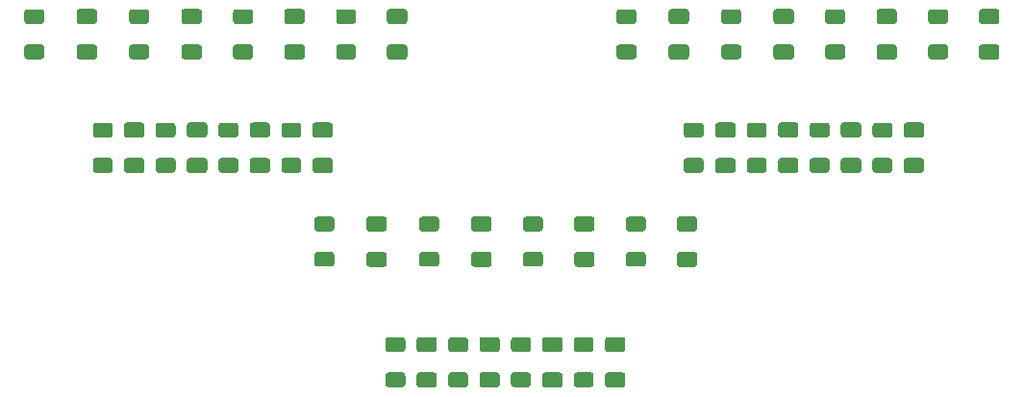
<source format=gbr>
%TF.GenerationSoftware,KiCad,Pcbnew,(5.1.9)-1*%
%TF.CreationDate,2021-11-07T00:19:35+01:00*%
%TF.ProjectId,RelayBoard,52656c61-7942-46f6-9172-642e6b696361,Version 1 *%
%TF.SameCoordinates,Original*%
%TF.FileFunction,Paste,Top*%
%TF.FilePolarity,Positive*%
%FSLAX46Y46*%
G04 Gerber Fmt 4.6, Leading zero omitted, Abs format (unit mm)*
G04 Created by KiCad (PCBNEW (5.1.9)-1) date 2021-11-07 00:19:35*
%MOMM*%
%LPD*%
G01*
G04 APERTURE LIST*
G04 APERTURE END LIST*
%TO.C,C1*%
G36*
G01*
X84707143Y-159840000D02*
X83407141Y-159840000D01*
G75*
G02*
X83157142Y-159590001I0J249999D01*
G01*
X83157142Y-158764999D01*
G75*
G02*
X83407141Y-158515000I249999J0D01*
G01*
X84707143Y-158515000D01*
G75*
G02*
X84957142Y-158764999I0J-249999D01*
G01*
X84957142Y-159590001D01*
G75*
G02*
X84707143Y-159840000I-249999J0D01*
G01*
G37*
G36*
G01*
X84707143Y-162965000D02*
X83407141Y-162965000D01*
G75*
G02*
X83157142Y-162715001I0J249999D01*
G01*
X83157142Y-161889999D01*
G75*
G02*
X83407141Y-161640000I249999J0D01*
G01*
X84707143Y-161640000D01*
G75*
G02*
X84957142Y-161889999I0J-249999D01*
G01*
X84957142Y-162715001D01*
G75*
G02*
X84707143Y-162965000I-249999J0D01*
G01*
G37*
%TD*%
%TO.C,C2*%
G36*
G01*
X79175715Y-162965000D02*
X77875713Y-162965000D01*
G75*
G02*
X77625714Y-162715001I0J249999D01*
G01*
X77625714Y-161889999D01*
G75*
G02*
X77875713Y-161640000I249999J0D01*
G01*
X79175715Y-161640000D01*
G75*
G02*
X79425714Y-161889999I0J-249999D01*
G01*
X79425714Y-162715001D01*
G75*
G02*
X79175715Y-162965000I-249999J0D01*
G01*
G37*
G36*
G01*
X79175715Y-159840000D02*
X77875713Y-159840000D01*
G75*
G02*
X77625714Y-159590001I0J249999D01*
G01*
X77625714Y-158764999D01*
G75*
G02*
X77875713Y-158515000I249999J0D01*
G01*
X79175715Y-158515000D01*
G75*
G02*
X79425714Y-158764999I0J-249999D01*
G01*
X79425714Y-159590001D01*
G75*
G02*
X79175715Y-159840000I-249999J0D01*
G01*
G37*
%TD*%
%TO.C,C3*%
G36*
G01*
X90238571Y-159840000D02*
X88938569Y-159840000D01*
G75*
G02*
X88688570Y-159590001I0J249999D01*
G01*
X88688570Y-158764999D01*
G75*
G02*
X88938569Y-158515000I249999J0D01*
G01*
X90238571Y-158515000D01*
G75*
G02*
X90488570Y-158764999I0J-249999D01*
G01*
X90488570Y-159590001D01*
G75*
G02*
X90238571Y-159840000I-249999J0D01*
G01*
G37*
G36*
G01*
X90238571Y-162965000D02*
X88938569Y-162965000D01*
G75*
G02*
X88688570Y-162715001I0J249999D01*
G01*
X88688570Y-161889999D01*
G75*
G02*
X88938569Y-161640000I249999J0D01*
G01*
X90238571Y-161640000D01*
G75*
G02*
X90488570Y-161889999I0J-249999D01*
G01*
X90488570Y-162715001D01*
G75*
G02*
X90238571Y-162965000I-249999J0D01*
G01*
G37*
%TD*%
%TO.C,C4*%
G36*
G01*
X95770001Y-159840000D02*
X94469999Y-159840000D01*
G75*
G02*
X94220000Y-159590001I0J249999D01*
G01*
X94220000Y-158764999D01*
G75*
G02*
X94469999Y-158515000I249999J0D01*
G01*
X95770001Y-158515000D01*
G75*
G02*
X96020000Y-158764999I0J-249999D01*
G01*
X96020000Y-159590001D01*
G75*
G02*
X95770001Y-159840000I-249999J0D01*
G01*
G37*
G36*
G01*
X95770001Y-162965000D02*
X94469999Y-162965000D01*
G75*
G02*
X94220000Y-162715001I0J249999D01*
G01*
X94220000Y-161889999D01*
G75*
G02*
X94469999Y-161640000I249999J0D01*
G01*
X95770001Y-161640000D01*
G75*
G02*
X96020000Y-161889999I0J-249999D01*
G01*
X96020000Y-162715001D01*
G75*
G02*
X95770001Y-162965000I-249999J0D01*
G01*
G37*
%TD*%
%TO.C,C5*%
G36*
G01*
X84230001Y-149840000D02*
X82929999Y-149840000D01*
G75*
G02*
X82680000Y-149590001I0J249999D01*
G01*
X82680000Y-148764999D01*
G75*
G02*
X82929999Y-148515000I249999J0D01*
G01*
X84230001Y-148515000D01*
G75*
G02*
X84480000Y-148764999I0J-249999D01*
G01*
X84480000Y-149590001D01*
G75*
G02*
X84230001Y-149840000I-249999J0D01*
G01*
G37*
G36*
G01*
X84230001Y-152965000D02*
X82929999Y-152965000D01*
G75*
G02*
X82680000Y-152715001I0J249999D01*
G01*
X82680000Y-151889999D01*
G75*
G02*
X82929999Y-151640000I249999J0D01*
G01*
X84230001Y-151640000D01*
G75*
G02*
X84480000Y-151889999I0J-249999D01*
G01*
X84480000Y-152715001D01*
G75*
G02*
X84230001Y-152965000I-249999J0D01*
G01*
G37*
%TD*%
%TO.C,C6*%
G36*
G01*
X74996667Y-152965000D02*
X73696665Y-152965000D01*
G75*
G02*
X73446666Y-152715001I0J249999D01*
G01*
X73446666Y-151889999D01*
G75*
G02*
X73696665Y-151640000I249999J0D01*
G01*
X74996667Y-151640000D01*
G75*
G02*
X75246666Y-151889999I0J-249999D01*
G01*
X75246666Y-152715001D01*
G75*
G02*
X74996667Y-152965000I-249999J0D01*
G01*
G37*
G36*
G01*
X74996667Y-149840000D02*
X73696665Y-149840000D01*
G75*
G02*
X73446666Y-149590001I0J249999D01*
G01*
X73446666Y-148764999D01*
G75*
G02*
X73696665Y-148515000I249999J0D01*
G01*
X74996667Y-148515000D01*
G75*
G02*
X75246666Y-148764999I0J-249999D01*
G01*
X75246666Y-149590001D01*
G75*
G02*
X74996667Y-149840000I-249999J0D01*
G01*
G37*
%TD*%
%TO.C,C7*%
G36*
G01*
X93292857Y-149840000D02*
X91992855Y-149840000D01*
G75*
G02*
X91742856Y-149590001I0J249999D01*
G01*
X91742856Y-148764999D01*
G75*
G02*
X91992855Y-148515000I249999J0D01*
G01*
X93292857Y-148515000D01*
G75*
G02*
X93542856Y-148764999I0J-249999D01*
G01*
X93542856Y-149590001D01*
G75*
G02*
X93292857Y-149840000I-249999J0D01*
G01*
G37*
G36*
G01*
X93292857Y-152965000D02*
X91992855Y-152965000D01*
G75*
G02*
X91742856Y-152715001I0J249999D01*
G01*
X91742856Y-151889999D01*
G75*
G02*
X91992855Y-151640000I249999J0D01*
G01*
X93292857Y-151640000D01*
G75*
G02*
X93542856Y-151889999I0J-249999D01*
G01*
X93542856Y-152715001D01*
G75*
G02*
X93292857Y-152965000I-249999J0D01*
G01*
G37*
%TD*%
%TO.C,C8*%
G36*
G01*
X102322857Y-152965000D02*
X101022855Y-152965000D01*
G75*
G02*
X100772856Y-152715001I0J249999D01*
G01*
X100772856Y-151889999D01*
G75*
G02*
X101022855Y-151640000I249999J0D01*
G01*
X102322857Y-151640000D01*
G75*
G02*
X102572856Y-151889999I0J-249999D01*
G01*
X102572856Y-152715001D01*
G75*
G02*
X102322857Y-152965000I-249999J0D01*
G01*
G37*
G36*
G01*
X102322857Y-149840000D02*
X101022855Y-149840000D01*
G75*
G02*
X100772856Y-149590001I0J249999D01*
G01*
X100772856Y-148764999D01*
G75*
G02*
X101022855Y-148515000I249999J0D01*
G01*
X102322857Y-148515000D01*
G75*
G02*
X102572856Y-148764999I0J-249999D01*
G01*
X102572856Y-149590001D01*
G75*
G02*
X102322857Y-149840000I-249999J0D01*
G01*
G37*
%TD*%
%TO.C,C9*%
G36*
G01*
X136767143Y-162965000D02*
X135467141Y-162965000D01*
G75*
G02*
X135217142Y-162715001I0J249999D01*
G01*
X135217142Y-161889999D01*
G75*
G02*
X135467141Y-161640000I249999J0D01*
G01*
X136767143Y-161640000D01*
G75*
G02*
X137017142Y-161889999I0J-249999D01*
G01*
X137017142Y-162715001D01*
G75*
G02*
X136767143Y-162965000I-249999J0D01*
G01*
G37*
G36*
G01*
X136767143Y-159840000D02*
X135467141Y-159840000D01*
G75*
G02*
X135217142Y-159590001I0J249999D01*
G01*
X135217142Y-158764999D01*
G75*
G02*
X135467141Y-158515000I249999J0D01*
G01*
X136767143Y-158515000D01*
G75*
G02*
X137017142Y-158764999I0J-249999D01*
G01*
X137017142Y-159590001D01*
G75*
G02*
X136767143Y-159840000I-249999J0D01*
G01*
G37*
%TD*%
%TO.C,C10*%
G36*
G01*
X131235715Y-162965000D02*
X129935713Y-162965000D01*
G75*
G02*
X129685714Y-162715001I0J249999D01*
G01*
X129685714Y-161889999D01*
G75*
G02*
X129935713Y-161640000I249999J0D01*
G01*
X131235715Y-161640000D01*
G75*
G02*
X131485714Y-161889999I0J-249999D01*
G01*
X131485714Y-162715001D01*
G75*
G02*
X131235715Y-162965000I-249999J0D01*
G01*
G37*
G36*
G01*
X131235715Y-159840000D02*
X129935713Y-159840000D01*
G75*
G02*
X129685714Y-159590001I0J249999D01*
G01*
X129685714Y-158764999D01*
G75*
G02*
X129935713Y-158515000I249999J0D01*
G01*
X131235715Y-158515000D01*
G75*
G02*
X131485714Y-158764999I0J-249999D01*
G01*
X131485714Y-159590001D01*
G75*
G02*
X131235715Y-159840000I-249999J0D01*
G01*
G37*
%TD*%
%TO.C,C11*%
G36*
G01*
X142298571Y-159840000D02*
X140998569Y-159840000D01*
G75*
G02*
X140748570Y-159590001I0J249999D01*
G01*
X140748570Y-158764999D01*
G75*
G02*
X140998569Y-158515000I249999J0D01*
G01*
X142298571Y-158515000D01*
G75*
G02*
X142548570Y-158764999I0J-249999D01*
G01*
X142548570Y-159590001D01*
G75*
G02*
X142298571Y-159840000I-249999J0D01*
G01*
G37*
G36*
G01*
X142298571Y-162965000D02*
X140998569Y-162965000D01*
G75*
G02*
X140748570Y-162715001I0J249999D01*
G01*
X140748570Y-161889999D01*
G75*
G02*
X140998569Y-161640000I249999J0D01*
G01*
X142298571Y-161640000D01*
G75*
G02*
X142548570Y-161889999I0J-249999D01*
G01*
X142548570Y-162715001D01*
G75*
G02*
X142298571Y-162965000I-249999J0D01*
G01*
G37*
%TD*%
%TO.C,C12*%
G36*
G01*
X147830001Y-159840000D02*
X146529999Y-159840000D01*
G75*
G02*
X146280000Y-159590001I0J249999D01*
G01*
X146280000Y-158764999D01*
G75*
G02*
X146529999Y-158515000I249999J0D01*
G01*
X147830001Y-158515000D01*
G75*
G02*
X148080000Y-158764999I0J-249999D01*
G01*
X148080000Y-159590001D01*
G75*
G02*
X147830001Y-159840000I-249999J0D01*
G01*
G37*
G36*
G01*
X147830001Y-162965000D02*
X146529999Y-162965000D01*
G75*
G02*
X146280000Y-162715001I0J249999D01*
G01*
X146280000Y-161889999D01*
G75*
G02*
X146529999Y-161640000I249999J0D01*
G01*
X147830001Y-161640000D01*
G75*
G02*
X148080000Y-161889999I0J-249999D01*
G01*
X148080000Y-162715001D01*
G75*
G02*
X147830001Y-162965000I-249999J0D01*
G01*
G37*
%TD*%
%TO.C,C13*%
G36*
G01*
X136370001Y-152965000D02*
X135069999Y-152965000D01*
G75*
G02*
X134820000Y-152715001I0J249999D01*
G01*
X134820000Y-151889999D01*
G75*
G02*
X135069999Y-151640000I249999J0D01*
G01*
X136370001Y-151640000D01*
G75*
G02*
X136620000Y-151889999I0J-249999D01*
G01*
X136620000Y-152715001D01*
G75*
G02*
X136370001Y-152965000I-249999J0D01*
G01*
G37*
G36*
G01*
X136370001Y-149840000D02*
X135069999Y-149840000D01*
G75*
G02*
X134820000Y-149590001I0J249999D01*
G01*
X134820000Y-148764999D01*
G75*
G02*
X135069999Y-148515000I249999J0D01*
G01*
X136370001Y-148515000D01*
G75*
G02*
X136620000Y-148764999I0J-249999D01*
G01*
X136620000Y-149590001D01*
G75*
G02*
X136370001Y-149840000I-249999J0D01*
G01*
G37*
%TD*%
%TO.C,C14*%
G36*
G01*
X127136667Y-152965000D02*
X125836665Y-152965000D01*
G75*
G02*
X125586666Y-152715001I0J249999D01*
G01*
X125586666Y-151889999D01*
G75*
G02*
X125836665Y-151640000I249999J0D01*
G01*
X127136667Y-151640000D01*
G75*
G02*
X127386666Y-151889999I0J-249999D01*
G01*
X127386666Y-152715001D01*
G75*
G02*
X127136667Y-152965000I-249999J0D01*
G01*
G37*
G36*
G01*
X127136667Y-149840000D02*
X125836665Y-149840000D01*
G75*
G02*
X125586666Y-149590001I0J249999D01*
G01*
X125586666Y-148764999D01*
G75*
G02*
X125836665Y-148515000I249999J0D01*
G01*
X127136667Y-148515000D01*
G75*
G02*
X127386666Y-148764999I0J-249999D01*
G01*
X127386666Y-149590001D01*
G75*
G02*
X127136667Y-149840000I-249999J0D01*
G01*
G37*
%TD*%
%TO.C,C15*%
G36*
G01*
X145432857Y-149840000D02*
X144132855Y-149840000D01*
G75*
G02*
X143882856Y-149590001I0J249999D01*
G01*
X143882856Y-148764999D01*
G75*
G02*
X144132855Y-148515000I249999J0D01*
G01*
X145432857Y-148515000D01*
G75*
G02*
X145682856Y-148764999I0J-249999D01*
G01*
X145682856Y-149590001D01*
G75*
G02*
X145432857Y-149840000I-249999J0D01*
G01*
G37*
G36*
G01*
X145432857Y-152965000D02*
X144132855Y-152965000D01*
G75*
G02*
X143882856Y-152715001I0J249999D01*
G01*
X143882856Y-151889999D01*
G75*
G02*
X144132855Y-151640000I249999J0D01*
G01*
X145432857Y-151640000D01*
G75*
G02*
X145682856Y-151889999I0J-249999D01*
G01*
X145682856Y-152715001D01*
G75*
G02*
X145432857Y-152965000I-249999J0D01*
G01*
G37*
%TD*%
%TO.C,C16*%
G36*
G01*
X154462857Y-152965000D02*
X153162855Y-152965000D01*
G75*
G02*
X152912856Y-152715001I0J249999D01*
G01*
X152912856Y-151889999D01*
G75*
G02*
X153162855Y-151640000I249999J0D01*
G01*
X154462857Y-151640000D01*
G75*
G02*
X154712856Y-151889999I0J-249999D01*
G01*
X154712856Y-152715001D01*
G75*
G02*
X154462857Y-152965000I-249999J0D01*
G01*
G37*
G36*
G01*
X154462857Y-149840000D02*
X153162855Y-149840000D01*
G75*
G02*
X152912856Y-149590001I0J249999D01*
G01*
X152912856Y-148764999D01*
G75*
G02*
X153162855Y-148515000I249999J0D01*
G01*
X154462857Y-148515000D01*
G75*
G02*
X154712856Y-148764999I0J-249999D01*
G01*
X154712856Y-149590001D01*
G75*
G02*
X154462857Y-149840000I-249999J0D01*
G01*
G37*
%TD*%
%TO.C,C17*%
G36*
G01*
X110467143Y-178730000D02*
X109167141Y-178730000D01*
G75*
G02*
X108917142Y-178480001I0J249999D01*
G01*
X108917142Y-177654999D01*
G75*
G02*
X109167141Y-177405000I249999J0D01*
G01*
X110467143Y-177405000D01*
G75*
G02*
X110717142Y-177654999I0J-249999D01*
G01*
X110717142Y-178480001D01*
G75*
G02*
X110467143Y-178730000I-249999J0D01*
G01*
G37*
G36*
G01*
X110467143Y-181855000D02*
X109167141Y-181855000D01*
G75*
G02*
X108917142Y-181605001I0J249999D01*
G01*
X108917142Y-180779999D01*
G75*
G02*
X109167141Y-180530000I249999J0D01*
G01*
X110467143Y-180530000D01*
G75*
G02*
X110717142Y-180779999I0J-249999D01*
G01*
X110717142Y-181605001D01*
G75*
G02*
X110467143Y-181855000I-249999J0D01*
G01*
G37*
%TD*%
%TO.C,C18*%
G36*
G01*
X104935715Y-178730000D02*
X103635713Y-178730000D01*
G75*
G02*
X103385714Y-178480001I0J249999D01*
G01*
X103385714Y-177654999D01*
G75*
G02*
X103635713Y-177405000I249999J0D01*
G01*
X104935715Y-177405000D01*
G75*
G02*
X105185714Y-177654999I0J-249999D01*
G01*
X105185714Y-178480001D01*
G75*
G02*
X104935715Y-178730000I-249999J0D01*
G01*
G37*
G36*
G01*
X104935715Y-181855000D02*
X103635713Y-181855000D01*
G75*
G02*
X103385714Y-181605001I0J249999D01*
G01*
X103385714Y-180779999D01*
G75*
G02*
X103635713Y-180530000I249999J0D01*
G01*
X104935715Y-180530000D01*
G75*
G02*
X105185714Y-180779999I0J-249999D01*
G01*
X105185714Y-181605001D01*
G75*
G02*
X104935715Y-181855000I-249999J0D01*
G01*
G37*
%TD*%
%TO.C,C19*%
G36*
G01*
X115998571Y-181855000D02*
X114698569Y-181855000D01*
G75*
G02*
X114448570Y-181605001I0J249999D01*
G01*
X114448570Y-180779999D01*
G75*
G02*
X114698569Y-180530000I249999J0D01*
G01*
X115998571Y-180530000D01*
G75*
G02*
X116248570Y-180779999I0J-249999D01*
G01*
X116248570Y-181605001D01*
G75*
G02*
X115998571Y-181855000I-249999J0D01*
G01*
G37*
G36*
G01*
X115998571Y-178730000D02*
X114698569Y-178730000D01*
G75*
G02*
X114448570Y-178480001I0J249999D01*
G01*
X114448570Y-177654999D01*
G75*
G02*
X114698569Y-177405000I249999J0D01*
G01*
X115998571Y-177405000D01*
G75*
G02*
X116248570Y-177654999I0J-249999D01*
G01*
X116248570Y-178480001D01*
G75*
G02*
X115998571Y-178730000I-249999J0D01*
G01*
G37*
%TD*%
%TO.C,C20*%
G36*
G01*
X121530001Y-181855000D02*
X120229999Y-181855000D01*
G75*
G02*
X119980000Y-181605001I0J249999D01*
G01*
X119980000Y-180779999D01*
G75*
G02*
X120229999Y-180530000I249999J0D01*
G01*
X121530001Y-180530000D01*
G75*
G02*
X121780000Y-180779999I0J-249999D01*
G01*
X121780000Y-181605001D01*
G75*
G02*
X121530001Y-181855000I-249999J0D01*
G01*
G37*
G36*
G01*
X121530001Y-178730000D02*
X120229999Y-178730000D01*
G75*
G02*
X119980000Y-178480001I0J249999D01*
G01*
X119980000Y-177654999D01*
G75*
G02*
X120229999Y-177405000I249999J0D01*
G01*
X121530001Y-177405000D01*
G75*
G02*
X121780000Y-177654999I0J-249999D01*
G01*
X121780000Y-178480001D01*
G75*
G02*
X121530001Y-178730000I-249999J0D01*
G01*
G37*
%TD*%
%TO.C,C21*%
G36*
G01*
X109760001Y-168110000D02*
X108459999Y-168110000D01*
G75*
G02*
X108210000Y-167860001I0J249999D01*
G01*
X108210000Y-167034999D01*
G75*
G02*
X108459999Y-166785000I249999J0D01*
G01*
X109760001Y-166785000D01*
G75*
G02*
X110010000Y-167034999I0J-249999D01*
G01*
X110010000Y-167860001D01*
G75*
G02*
X109760001Y-168110000I-249999J0D01*
G01*
G37*
G36*
G01*
X109760001Y-171235000D02*
X108459999Y-171235000D01*
G75*
G02*
X108210000Y-170985001I0J249999D01*
G01*
X108210000Y-170159999D01*
G75*
G02*
X108459999Y-169910000I249999J0D01*
G01*
X109760001Y-169910000D01*
G75*
G02*
X110010000Y-170159999I0J-249999D01*
G01*
X110010000Y-170985001D01*
G75*
G02*
X109760001Y-171235000I-249999J0D01*
G01*
G37*
%TD*%
%TO.C,C22*%
G36*
G01*
X100526667Y-168110000D02*
X99226665Y-168110000D01*
G75*
G02*
X98976666Y-167860001I0J249999D01*
G01*
X98976666Y-167034999D01*
G75*
G02*
X99226665Y-166785000I249999J0D01*
G01*
X100526667Y-166785000D01*
G75*
G02*
X100776666Y-167034999I0J-249999D01*
G01*
X100776666Y-167860001D01*
G75*
G02*
X100526667Y-168110000I-249999J0D01*
G01*
G37*
G36*
G01*
X100526667Y-171235000D02*
X99226665Y-171235000D01*
G75*
G02*
X98976666Y-170985001I0J249999D01*
G01*
X98976666Y-170159999D01*
G75*
G02*
X99226665Y-169910000I249999J0D01*
G01*
X100526667Y-169910000D01*
G75*
G02*
X100776666Y-170159999I0J-249999D01*
G01*
X100776666Y-170985001D01*
G75*
G02*
X100526667Y-171235000I-249999J0D01*
G01*
G37*
%TD*%
%TO.C,C23*%
G36*
G01*
X118822857Y-171235000D02*
X117522855Y-171235000D01*
G75*
G02*
X117272856Y-170985001I0J249999D01*
G01*
X117272856Y-170159999D01*
G75*
G02*
X117522855Y-169910000I249999J0D01*
G01*
X118822857Y-169910000D01*
G75*
G02*
X119072856Y-170159999I0J-249999D01*
G01*
X119072856Y-170985001D01*
G75*
G02*
X118822857Y-171235000I-249999J0D01*
G01*
G37*
G36*
G01*
X118822857Y-168110000D02*
X117522855Y-168110000D01*
G75*
G02*
X117272856Y-167860001I0J249999D01*
G01*
X117272856Y-167034999D01*
G75*
G02*
X117522855Y-166785000I249999J0D01*
G01*
X118822857Y-166785000D01*
G75*
G02*
X119072856Y-167034999I0J-249999D01*
G01*
X119072856Y-167860001D01*
G75*
G02*
X118822857Y-168110000I-249999J0D01*
G01*
G37*
%TD*%
%TO.C,C24*%
G36*
G01*
X127852857Y-171235000D02*
X126552855Y-171235000D01*
G75*
G02*
X126302856Y-170985001I0J249999D01*
G01*
X126302856Y-170159999D01*
G75*
G02*
X126552855Y-169910000I249999J0D01*
G01*
X127852857Y-169910000D01*
G75*
G02*
X128102856Y-170159999I0J-249999D01*
G01*
X128102856Y-170985001D01*
G75*
G02*
X127852857Y-171235000I-249999J0D01*
G01*
G37*
G36*
G01*
X127852857Y-168110000D02*
X126552855Y-168110000D01*
G75*
G02*
X126302856Y-167860001I0J249999D01*
G01*
X126302856Y-167034999D01*
G75*
G02*
X126552855Y-166785000I249999J0D01*
G01*
X127852857Y-166785000D01*
G75*
G02*
X128102856Y-167034999I0J-249999D01*
G01*
X128102856Y-167860001D01*
G75*
G02*
X127852857Y-168110000I-249999J0D01*
G01*
G37*
%TD*%
%TO.C,R1*%
G36*
G01*
X81916428Y-159840000D02*
X80666428Y-159840000D01*
G75*
G02*
X80416428Y-159590000I0J250000D01*
G01*
X80416428Y-158790000D01*
G75*
G02*
X80666428Y-158540000I250000J0D01*
G01*
X81916428Y-158540000D01*
G75*
G02*
X82166428Y-158790000I0J-250000D01*
G01*
X82166428Y-159590000D01*
G75*
G02*
X81916428Y-159840000I-250000J0D01*
G01*
G37*
G36*
G01*
X81916428Y-162940000D02*
X80666428Y-162940000D01*
G75*
G02*
X80416428Y-162690000I0J250000D01*
G01*
X80416428Y-161890000D01*
G75*
G02*
X80666428Y-161640000I250000J0D01*
G01*
X81916428Y-161640000D01*
G75*
G02*
X82166428Y-161890000I0J-250000D01*
G01*
X82166428Y-162690000D01*
G75*
G02*
X81916428Y-162940000I-250000J0D01*
G01*
G37*
%TD*%
%TO.C,R2*%
G36*
G01*
X76385000Y-159840000D02*
X75135000Y-159840000D01*
G75*
G02*
X74885000Y-159590000I0J250000D01*
G01*
X74885000Y-158790000D01*
G75*
G02*
X75135000Y-158540000I250000J0D01*
G01*
X76385000Y-158540000D01*
G75*
G02*
X76635000Y-158790000I0J-250000D01*
G01*
X76635000Y-159590000D01*
G75*
G02*
X76385000Y-159840000I-250000J0D01*
G01*
G37*
G36*
G01*
X76385000Y-162940000D02*
X75135000Y-162940000D01*
G75*
G02*
X74885000Y-162690000I0J250000D01*
G01*
X74885000Y-161890000D01*
G75*
G02*
X75135000Y-161640000I250000J0D01*
G01*
X76385000Y-161640000D01*
G75*
G02*
X76635000Y-161890000I0J-250000D01*
G01*
X76635000Y-162690000D01*
G75*
G02*
X76385000Y-162940000I-250000J0D01*
G01*
G37*
%TD*%
%TO.C,R3*%
G36*
G01*
X87447856Y-159840000D02*
X86197856Y-159840000D01*
G75*
G02*
X85947856Y-159590000I0J250000D01*
G01*
X85947856Y-158790000D01*
G75*
G02*
X86197856Y-158540000I250000J0D01*
G01*
X87447856Y-158540000D01*
G75*
G02*
X87697856Y-158790000I0J-250000D01*
G01*
X87697856Y-159590000D01*
G75*
G02*
X87447856Y-159840000I-250000J0D01*
G01*
G37*
G36*
G01*
X87447856Y-162940000D02*
X86197856Y-162940000D01*
G75*
G02*
X85947856Y-162690000I0J250000D01*
G01*
X85947856Y-161890000D01*
G75*
G02*
X86197856Y-161640000I250000J0D01*
G01*
X87447856Y-161640000D01*
G75*
G02*
X87697856Y-161890000I0J-250000D01*
G01*
X87697856Y-162690000D01*
G75*
G02*
X87447856Y-162940000I-250000J0D01*
G01*
G37*
%TD*%
%TO.C,R4*%
G36*
G01*
X92979284Y-162940000D02*
X91729284Y-162940000D01*
G75*
G02*
X91479284Y-162690000I0J250000D01*
G01*
X91479284Y-161890000D01*
G75*
G02*
X91729284Y-161640000I250000J0D01*
G01*
X92979284Y-161640000D01*
G75*
G02*
X93229284Y-161890000I0J-250000D01*
G01*
X93229284Y-162690000D01*
G75*
G02*
X92979284Y-162940000I-250000J0D01*
G01*
G37*
G36*
G01*
X92979284Y-159840000D02*
X91729284Y-159840000D01*
G75*
G02*
X91479284Y-159590000I0J250000D01*
G01*
X91479284Y-158790000D01*
G75*
G02*
X91729284Y-158540000I250000J0D01*
G01*
X92979284Y-158540000D01*
G75*
G02*
X93229284Y-158790000I0J-250000D01*
G01*
X93229284Y-159590000D01*
G75*
G02*
X92979284Y-159840000I-250000J0D01*
G01*
G37*
%TD*%
%TO.C,R5*%
G36*
G01*
X79588332Y-152940000D02*
X78338332Y-152940000D01*
G75*
G02*
X78088332Y-152690000I0J250000D01*
G01*
X78088332Y-151890000D01*
G75*
G02*
X78338332Y-151640000I250000J0D01*
G01*
X79588332Y-151640000D01*
G75*
G02*
X79838332Y-151890000I0J-250000D01*
G01*
X79838332Y-152690000D01*
G75*
G02*
X79588332Y-152940000I-250000J0D01*
G01*
G37*
G36*
G01*
X79588332Y-149840000D02*
X78338332Y-149840000D01*
G75*
G02*
X78088332Y-149590000I0J250000D01*
G01*
X78088332Y-148790000D01*
G75*
G02*
X78338332Y-148540000I250000J0D01*
G01*
X79588332Y-148540000D01*
G75*
G02*
X79838332Y-148790000I0J-250000D01*
G01*
X79838332Y-149590000D01*
G75*
G02*
X79588332Y-149840000I-250000J0D01*
G01*
G37*
%TD*%
%TO.C,R6*%
G36*
G01*
X70355000Y-149840000D02*
X69105000Y-149840000D01*
G75*
G02*
X68855000Y-149590000I0J250000D01*
G01*
X68855000Y-148790000D01*
G75*
G02*
X69105000Y-148540000I250000J0D01*
G01*
X70355000Y-148540000D01*
G75*
G02*
X70605000Y-148790000I0J-250000D01*
G01*
X70605000Y-149590000D01*
G75*
G02*
X70355000Y-149840000I-250000J0D01*
G01*
G37*
G36*
G01*
X70355000Y-152940000D02*
X69105000Y-152940000D01*
G75*
G02*
X68855000Y-152690000I0J250000D01*
G01*
X68855000Y-151890000D01*
G75*
G02*
X69105000Y-151640000I250000J0D01*
G01*
X70355000Y-151640000D01*
G75*
G02*
X70605000Y-151890000I0J-250000D01*
G01*
X70605000Y-152690000D01*
G75*
G02*
X70355000Y-152940000I-250000J0D01*
G01*
G37*
%TD*%
%TO.C,R7*%
G36*
G01*
X88736428Y-149840000D02*
X87486428Y-149840000D01*
G75*
G02*
X87236428Y-149590000I0J250000D01*
G01*
X87236428Y-148790000D01*
G75*
G02*
X87486428Y-148540000I250000J0D01*
G01*
X88736428Y-148540000D01*
G75*
G02*
X88986428Y-148790000I0J-250000D01*
G01*
X88986428Y-149590000D01*
G75*
G02*
X88736428Y-149840000I-250000J0D01*
G01*
G37*
G36*
G01*
X88736428Y-152940000D02*
X87486428Y-152940000D01*
G75*
G02*
X87236428Y-152690000I0J250000D01*
G01*
X87236428Y-151890000D01*
G75*
G02*
X87486428Y-151640000I250000J0D01*
G01*
X88736428Y-151640000D01*
G75*
G02*
X88986428Y-151890000I0J-250000D01*
G01*
X88986428Y-152690000D01*
G75*
G02*
X88736428Y-152940000I-250000J0D01*
G01*
G37*
%TD*%
%TO.C,R8*%
G36*
G01*
X97799284Y-152940000D02*
X96549284Y-152940000D01*
G75*
G02*
X96299284Y-152690000I0J250000D01*
G01*
X96299284Y-151890000D01*
G75*
G02*
X96549284Y-151640000I250000J0D01*
G01*
X97799284Y-151640000D01*
G75*
G02*
X98049284Y-151890000I0J-250000D01*
G01*
X98049284Y-152690000D01*
G75*
G02*
X97799284Y-152940000I-250000J0D01*
G01*
G37*
G36*
G01*
X97799284Y-149840000D02*
X96549284Y-149840000D01*
G75*
G02*
X96299284Y-149590000I0J250000D01*
G01*
X96299284Y-148790000D01*
G75*
G02*
X96549284Y-148540000I250000J0D01*
G01*
X97799284Y-148540000D01*
G75*
G02*
X98049284Y-148790000I0J-250000D01*
G01*
X98049284Y-149590000D01*
G75*
G02*
X97799284Y-149840000I-250000J0D01*
G01*
G37*
%TD*%
%TO.C,R9*%
G36*
G01*
X133976428Y-162940000D02*
X132726428Y-162940000D01*
G75*
G02*
X132476428Y-162690000I0J250000D01*
G01*
X132476428Y-161890000D01*
G75*
G02*
X132726428Y-161640000I250000J0D01*
G01*
X133976428Y-161640000D01*
G75*
G02*
X134226428Y-161890000I0J-250000D01*
G01*
X134226428Y-162690000D01*
G75*
G02*
X133976428Y-162940000I-250000J0D01*
G01*
G37*
G36*
G01*
X133976428Y-159840000D02*
X132726428Y-159840000D01*
G75*
G02*
X132476428Y-159590000I0J250000D01*
G01*
X132476428Y-158790000D01*
G75*
G02*
X132726428Y-158540000I250000J0D01*
G01*
X133976428Y-158540000D01*
G75*
G02*
X134226428Y-158790000I0J-250000D01*
G01*
X134226428Y-159590000D01*
G75*
G02*
X133976428Y-159840000I-250000J0D01*
G01*
G37*
%TD*%
%TO.C,R10*%
G36*
G01*
X128405000Y-159840000D02*
X127155000Y-159840000D01*
G75*
G02*
X126905000Y-159590000I0J250000D01*
G01*
X126905000Y-158790000D01*
G75*
G02*
X127155000Y-158540000I250000J0D01*
G01*
X128405000Y-158540000D01*
G75*
G02*
X128655000Y-158790000I0J-250000D01*
G01*
X128655000Y-159590000D01*
G75*
G02*
X128405000Y-159840000I-250000J0D01*
G01*
G37*
G36*
G01*
X128405000Y-162940000D02*
X127155000Y-162940000D01*
G75*
G02*
X126905000Y-162690000I0J250000D01*
G01*
X126905000Y-161890000D01*
G75*
G02*
X127155000Y-161640000I250000J0D01*
G01*
X128405000Y-161640000D01*
G75*
G02*
X128655000Y-161890000I0J-250000D01*
G01*
X128655000Y-162690000D01*
G75*
G02*
X128405000Y-162940000I-250000J0D01*
G01*
G37*
%TD*%
%TO.C,R11*%
G36*
G01*
X139507856Y-162940000D02*
X138257856Y-162940000D01*
G75*
G02*
X138007856Y-162690000I0J250000D01*
G01*
X138007856Y-161890000D01*
G75*
G02*
X138257856Y-161640000I250000J0D01*
G01*
X139507856Y-161640000D01*
G75*
G02*
X139757856Y-161890000I0J-250000D01*
G01*
X139757856Y-162690000D01*
G75*
G02*
X139507856Y-162940000I-250000J0D01*
G01*
G37*
G36*
G01*
X139507856Y-159840000D02*
X138257856Y-159840000D01*
G75*
G02*
X138007856Y-159590000I0J250000D01*
G01*
X138007856Y-158790000D01*
G75*
G02*
X138257856Y-158540000I250000J0D01*
G01*
X139507856Y-158540000D01*
G75*
G02*
X139757856Y-158790000I0J-250000D01*
G01*
X139757856Y-159590000D01*
G75*
G02*
X139507856Y-159840000I-250000J0D01*
G01*
G37*
%TD*%
%TO.C,R12*%
G36*
G01*
X145039284Y-162940000D02*
X143789284Y-162940000D01*
G75*
G02*
X143539284Y-162690000I0J250000D01*
G01*
X143539284Y-161890000D01*
G75*
G02*
X143789284Y-161640000I250000J0D01*
G01*
X145039284Y-161640000D01*
G75*
G02*
X145289284Y-161890000I0J-250000D01*
G01*
X145289284Y-162690000D01*
G75*
G02*
X145039284Y-162940000I-250000J0D01*
G01*
G37*
G36*
G01*
X145039284Y-159840000D02*
X143789284Y-159840000D01*
G75*
G02*
X143539284Y-159590000I0J250000D01*
G01*
X143539284Y-158790000D01*
G75*
G02*
X143789284Y-158540000I250000J0D01*
G01*
X145039284Y-158540000D01*
G75*
G02*
X145289284Y-158790000I0J-250000D01*
G01*
X145289284Y-159590000D01*
G75*
G02*
X145039284Y-159840000I-250000J0D01*
G01*
G37*
%TD*%
%TO.C,R13*%
G36*
G01*
X131728332Y-152940000D02*
X130478332Y-152940000D01*
G75*
G02*
X130228332Y-152690000I0J250000D01*
G01*
X130228332Y-151890000D01*
G75*
G02*
X130478332Y-151640000I250000J0D01*
G01*
X131728332Y-151640000D01*
G75*
G02*
X131978332Y-151890000I0J-250000D01*
G01*
X131978332Y-152690000D01*
G75*
G02*
X131728332Y-152940000I-250000J0D01*
G01*
G37*
G36*
G01*
X131728332Y-149840000D02*
X130478332Y-149840000D01*
G75*
G02*
X130228332Y-149590000I0J250000D01*
G01*
X130228332Y-148790000D01*
G75*
G02*
X130478332Y-148540000I250000J0D01*
G01*
X131728332Y-148540000D01*
G75*
G02*
X131978332Y-148790000I0J-250000D01*
G01*
X131978332Y-149590000D01*
G75*
G02*
X131728332Y-149840000I-250000J0D01*
G01*
G37*
%TD*%
%TO.C,R14*%
G36*
G01*
X122495000Y-149840000D02*
X121245000Y-149840000D01*
G75*
G02*
X120995000Y-149590000I0J250000D01*
G01*
X120995000Y-148790000D01*
G75*
G02*
X121245000Y-148540000I250000J0D01*
G01*
X122495000Y-148540000D01*
G75*
G02*
X122745000Y-148790000I0J-250000D01*
G01*
X122745000Y-149590000D01*
G75*
G02*
X122495000Y-149840000I-250000J0D01*
G01*
G37*
G36*
G01*
X122495000Y-152940000D02*
X121245000Y-152940000D01*
G75*
G02*
X120995000Y-152690000I0J250000D01*
G01*
X120995000Y-151890000D01*
G75*
G02*
X121245000Y-151640000I250000J0D01*
G01*
X122495000Y-151640000D01*
G75*
G02*
X122745000Y-151890000I0J-250000D01*
G01*
X122745000Y-152690000D01*
G75*
G02*
X122495000Y-152940000I-250000J0D01*
G01*
G37*
%TD*%
%TO.C,R15*%
G36*
G01*
X140876428Y-152940000D02*
X139626428Y-152940000D01*
G75*
G02*
X139376428Y-152690000I0J250000D01*
G01*
X139376428Y-151890000D01*
G75*
G02*
X139626428Y-151640000I250000J0D01*
G01*
X140876428Y-151640000D01*
G75*
G02*
X141126428Y-151890000I0J-250000D01*
G01*
X141126428Y-152690000D01*
G75*
G02*
X140876428Y-152940000I-250000J0D01*
G01*
G37*
G36*
G01*
X140876428Y-149840000D02*
X139626428Y-149840000D01*
G75*
G02*
X139376428Y-149590000I0J250000D01*
G01*
X139376428Y-148790000D01*
G75*
G02*
X139626428Y-148540000I250000J0D01*
G01*
X140876428Y-148540000D01*
G75*
G02*
X141126428Y-148790000I0J-250000D01*
G01*
X141126428Y-149590000D01*
G75*
G02*
X140876428Y-149840000I-250000J0D01*
G01*
G37*
%TD*%
%TO.C,R16*%
G36*
G01*
X149939284Y-149840000D02*
X148689284Y-149840000D01*
G75*
G02*
X148439284Y-149590000I0J250000D01*
G01*
X148439284Y-148790000D01*
G75*
G02*
X148689284Y-148540000I250000J0D01*
G01*
X149939284Y-148540000D01*
G75*
G02*
X150189284Y-148790000I0J-250000D01*
G01*
X150189284Y-149590000D01*
G75*
G02*
X149939284Y-149840000I-250000J0D01*
G01*
G37*
G36*
G01*
X149939284Y-152940000D02*
X148689284Y-152940000D01*
G75*
G02*
X148439284Y-152690000I0J250000D01*
G01*
X148439284Y-151890000D01*
G75*
G02*
X148689284Y-151640000I250000J0D01*
G01*
X149939284Y-151640000D01*
G75*
G02*
X150189284Y-151890000I0J-250000D01*
G01*
X150189284Y-152690000D01*
G75*
G02*
X149939284Y-152940000I-250000J0D01*
G01*
G37*
%TD*%
%TO.C,R17*%
G36*
G01*
X107676428Y-181830000D02*
X106426428Y-181830000D01*
G75*
G02*
X106176428Y-181580000I0J250000D01*
G01*
X106176428Y-180780000D01*
G75*
G02*
X106426428Y-180530000I250000J0D01*
G01*
X107676428Y-180530000D01*
G75*
G02*
X107926428Y-180780000I0J-250000D01*
G01*
X107926428Y-181580000D01*
G75*
G02*
X107676428Y-181830000I-250000J0D01*
G01*
G37*
G36*
G01*
X107676428Y-178730000D02*
X106426428Y-178730000D01*
G75*
G02*
X106176428Y-178480000I0J250000D01*
G01*
X106176428Y-177680000D01*
G75*
G02*
X106426428Y-177430000I250000J0D01*
G01*
X107676428Y-177430000D01*
G75*
G02*
X107926428Y-177680000I0J-250000D01*
G01*
X107926428Y-178480000D01*
G75*
G02*
X107676428Y-178730000I-250000J0D01*
G01*
G37*
%TD*%
%TO.C,R18*%
G36*
G01*
X102145000Y-178730000D02*
X100895000Y-178730000D01*
G75*
G02*
X100645000Y-178480000I0J250000D01*
G01*
X100645000Y-177680000D01*
G75*
G02*
X100895000Y-177430000I250000J0D01*
G01*
X102145000Y-177430000D01*
G75*
G02*
X102395000Y-177680000I0J-250000D01*
G01*
X102395000Y-178480000D01*
G75*
G02*
X102145000Y-178730000I-250000J0D01*
G01*
G37*
G36*
G01*
X102145000Y-181830000D02*
X100895000Y-181830000D01*
G75*
G02*
X100645000Y-181580000I0J250000D01*
G01*
X100645000Y-180780000D01*
G75*
G02*
X100895000Y-180530000I250000J0D01*
G01*
X102145000Y-180530000D01*
G75*
G02*
X102395000Y-180780000I0J-250000D01*
G01*
X102395000Y-181580000D01*
G75*
G02*
X102145000Y-181830000I-250000J0D01*
G01*
G37*
%TD*%
%TO.C,R19*%
G36*
G01*
X113207856Y-181830000D02*
X111957856Y-181830000D01*
G75*
G02*
X111707856Y-181580000I0J250000D01*
G01*
X111707856Y-180780000D01*
G75*
G02*
X111957856Y-180530000I250000J0D01*
G01*
X113207856Y-180530000D01*
G75*
G02*
X113457856Y-180780000I0J-250000D01*
G01*
X113457856Y-181580000D01*
G75*
G02*
X113207856Y-181830000I-250000J0D01*
G01*
G37*
G36*
G01*
X113207856Y-178730000D02*
X111957856Y-178730000D01*
G75*
G02*
X111707856Y-178480000I0J250000D01*
G01*
X111707856Y-177680000D01*
G75*
G02*
X111957856Y-177430000I250000J0D01*
G01*
X113207856Y-177430000D01*
G75*
G02*
X113457856Y-177680000I0J-250000D01*
G01*
X113457856Y-178480000D01*
G75*
G02*
X113207856Y-178730000I-250000J0D01*
G01*
G37*
%TD*%
%TO.C,R20*%
G36*
G01*
X118739284Y-178730000D02*
X117489284Y-178730000D01*
G75*
G02*
X117239284Y-178480000I0J250000D01*
G01*
X117239284Y-177680000D01*
G75*
G02*
X117489284Y-177430000I250000J0D01*
G01*
X118739284Y-177430000D01*
G75*
G02*
X118989284Y-177680000I0J-250000D01*
G01*
X118989284Y-178480000D01*
G75*
G02*
X118739284Y-178730000I-250000J0D01*
G01*
G37*
G36*
G01*
X118739284Y-181830000D02*
X117489284Y-181830000D01*
G75*
G02*
X117239284Y-181580000I0J250000D01*
G01*
X117239284Y-180780000D01*
G75*
G02*
X117489284Y-180530000I250000J0D01*
G01*
X118739284Y-180530000D01*
G75*
G02*
X118989284Y-180780000I0J-250000D01*
G01*
X118989284Y-181580000D01*
G75*
G02*
X118739284Y-181830000I-250000J0D01*
G01*
G37*
%TD*%
%TO.C,R21*%
G36*
G01*
X105118332Y-171210000D02*
X103868332Y-171210000D01*
G75*
G02*
X103618332Y-170960000I0J250000D01*
G01*
X103618332Y-170160000D01*
G75*
G02*
X103868332Y-169910000I250000J0D01*
G01*
X105118332Y-169910000D01*
G75*
G02*
X105368332Y-170160000I0J-250000D01*
G01*
X105368332Y-170960000D01*
G75*
G02*
X105118332Y-171210000I-250000J0D01*
G01*
G37*
G36*
G01*
X105118332Y-168110000D02*
X103868332Y-168110000D01*
G75*
G02*
X103618332Y-167860000I0J250000D01*
G01*
X103618332Y-167060000D01*
G75*
G02*
X103868332Y-166810000I250000J0D01*
G01*
X105118332Y-166810000D01*
G75*
G02*
X105368332Y-167060000I0J-250000D01*
G01*
X105368332Y-167860000D01*
G75*
G02*
X105118332Y-168110000I-250000J0D01*
G01*
G37*
%TD*%
%TO.C,R22*%
G36*
G01*
X95885000Y-171210000D02*
X94635000Y-171210000D01*
G75*
G02*
X94385000Y-170960000I0J250000D01*
G01*
X94385000Y-170160000D01*
G75*
G02*
X94635000Y-169910000I250000J0D01*
G01*
X95885000Y-169910000D01*
G75*
G02*
X96135000Y-170160000I0J-250000D01*
G01*
X96135000Y-170960000D01*
G75*
G02*
X95885000Y-171210000I-250000J0D01*
G01*
G37*
G36*
G01*
X95885000Y-168110000D02*
X94635000Y-168110000D01*
G75*
G02*
X94385000Y-167860000I0J250000D01*
G01*
X94385000Y-167060000D01*
G75*
G02*
X94635000Y-166810000I250000J0D01*
G01*
X95885000Y-166810000D01*
G75*
G02*
X96135000Y-167060000I0J-250000D01*
G01*
X96135000Y-167860000D01*
G75*
G02*
X95885000Y-168110000I-250000J0D01*
G01*
G37*
%TD*%
%TO.C,R23*%
G36*
G01*
X114266428Y-168110000D02*
X113016428Y-168110000D01*
G75*
G02*
X112766428Y-167860000I0J250000D01*
G01*
X112766428Y-167060000D01*
G75*
G02*
X113016428Y-166810000I250000J0D01*
G01*
X114266428Y-166810000D01*
G75*
G02*
X114516428Y-167060000I0J-250000D01*
G01*
X114516428Y-167860000D01*
G75*
G02*
X114266428Y-168110000I-250000J0D01*
G01*
G37*
G36*
G01*
X114266428Y-171210000D02*
X113016428Y-171210000D01*
G75*
G02*
X112766428Y-170960000I0J250000D01*
G01*
X112766428Y-170160000D01*
G75*
G02*
X113016428Y-169910000I250000J0D01*
G01*
X114266428Y-169910000D01*
G75*
G02*
X114516428Y-170160000I0J-250000D01*
G01*
X114516428Y-170960000D01*
G75*
G02*
X114266428Y-171210000I-250000J0D01*
G01*
G37*
%TD*%
%TO.C,R24*%
G36*
G01*
X123329284Y-168110000D02*
X122079284Y-168110000D01*
G75*
G02*
X121829284Y-167860000I0J250000D01*
G01*
X121829284Y-167060000D01*
G75*
G02*
X122079284Y-166810000I250000J0D01*
G01*
X123329284Y-166810000D01*
G75*
G02*
X123579284Y-167060000I0J-250000D01*
G01*
X123579284Y-167860000D01*
G75*
G02*
X123329284Y-168110000I-250000J0D01*
G01*
G37*
G36*
G01*
X123329284Y-171210000D02*
X122079284Y-171210000D01*
G75*
G02*
X121829284Y-170960000I0J250000D01*
G01*
X121829284Y-170160000D01*
G75*
G02*
X122079284Y-169910000I250000J0D01*
G01*
X123329284Y-169910000D01*
G75*
G02*
X123579284Y-170160000I0J-250000D01*
G01*
X123579284Y-170960000D01*
G75*
G02*
X123329284Y-171210000I-250000J0D01*
G01*
G37*
%TD*%
M02*

</source>
